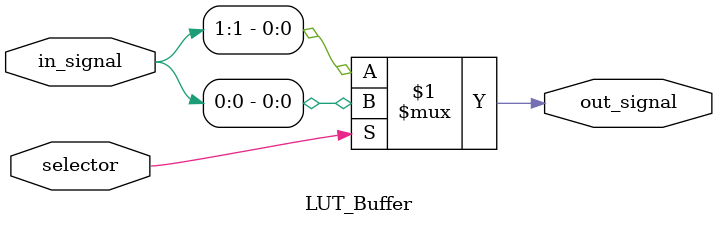
<source format=sv>
`timescale 1ns / 1ps


// -----------------------------------------------------------------------------
//      Module: LUT_Buffer
//      Author: Qingyu Han
// Modified on: Oct 19,2023
// Description: This module implements a simple Look-Up Table (LUT) with
//              two inputs and one output. The LUT performs bitwise negation
//              on the input and selects between two outputs based on the 'sel'
//              signal.
// -----------------------------------------------------------------------------

module LUT_Buffer(
    input wire [1:0] in_signal,  // Input signal for LUT
    input wire selector,    // Select signal for LUT
    output wire out_signal  // Output signal from LUT
    );
    
    // LUT (Look-Up Table) for NOT
    assign out_signal = (selector) ? in_signal[0] : in_signal[1];      
endmodule


</source>
